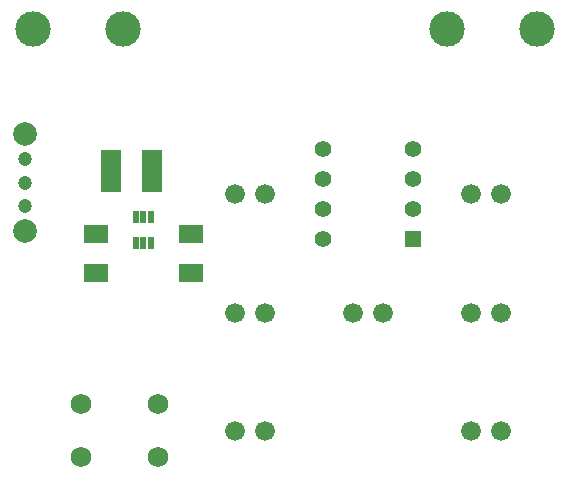
<source format=gts>
G04 (created by PCBNEW (2013-07-07 BZR 4022)-stable) date 24.11.2014 19:09:12*
%MOIN*%
G04 Gerber Fmt 3.4, Leading zero omitted, Abs format*
%FSLAX34Y34*%
G01*
G70*
G90*
G04 APERTURE LIST*
%ADD10C,0.00590551*%
%ADD11R,0.08X0.06*%
%ADD12C,0.066*%
%ADD13R,0.019685X0.0393701*%
%ADD14C,0.11811*%
%ADD15R,0.055X0.055*%
%ADD16C,0.055*%
%ADD17R,0.0688976X0.141732*%
%ADD18C,0.0688976*%
%ADD19C,0.0472441*%
%ADD20C,0.0787402*%
G04 APERTURE END LIST*
G54D10*
G54D11*
X97637Y-46987D03*
X97637Y-48287D03*
X94488Y-46987D03*
X94488Y-48287D03*
G54D12*
X106980Y-53543D03*
X107980Y-53543D03*
X106980Y-49606D03*
X107980Y-49606D03*
X106980Y-45669D03*
X107980Y-45669D03*
X103043Y-49606D03*
X104043Y-49606D03*
X99106Y-53543D03*
X100106Y-53543D03*
X99106Y-49606D03*
X100106Y-49606D03*
X99106Y-45669D03*
X100106Y-45669D03*
G54D13*
X96062Y-47283D03*
X96318Y-47283D03*
X95807Y-47283D03*
X95807Y-46417D03*
X96062Y-46417D03*
X96318Y-46417D03*
G54D14*
X95387Y-40157D03*
X106187Y-40157D03*
X92387Y-40157D03*
X109187Y-40157D03*
G54D15*
X105043Y-47169D03*
G54D16*
X105043Y-46169D03*
X105043Y-45169D03*
X105043Y-44169D03*
X102043Y-44169D03*
X102043Y-45169D03*
X102043Y-46169D03*
X102043Y-47169D03*
G54D17*
X94978Y-44881D03*
X96360Y-44881D03*
G54D18*
X93996Y-54429D03*
X93996Y-52657D03*
X96555Y-52657D03*
X96555Y-54429D03*
G54D19*
X92125Y-45275D03*
X92125Y-46062D03*
G54D20*
X92125Y-46889D03*
X92125Y-43661D03*
G54D19*
X92125Y-44488D03*
M02*

</source>
